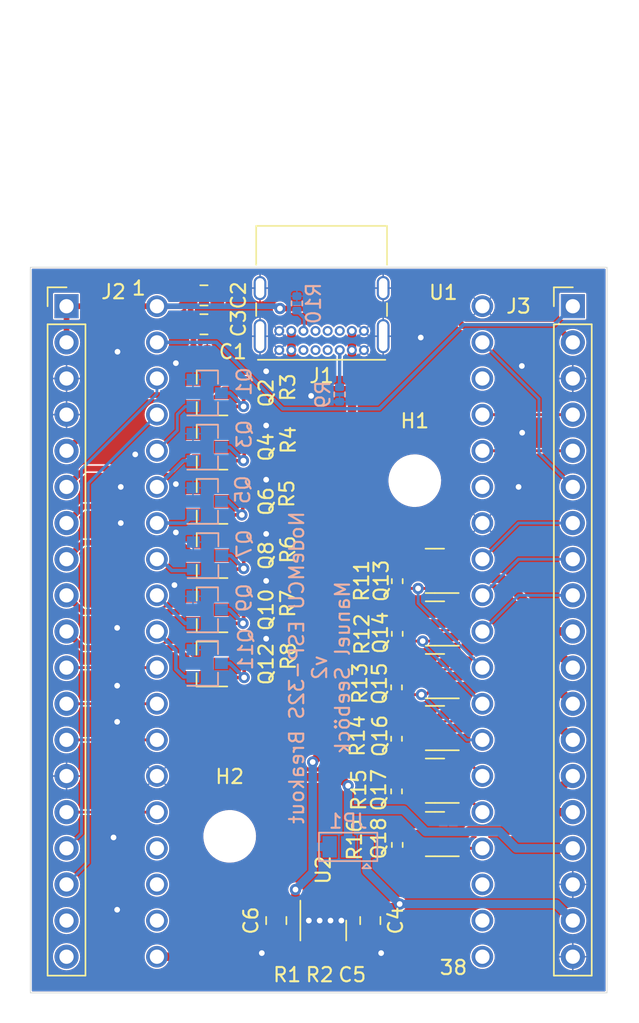
<source format=kicad_pcb>
(kicad_pcb (version 20211014) (generator pcbnew)
  (layers (0 "F.Cu" signal) (31 "B.Cu" signal) (34 "B.Paste" user) (35 "F.Paste" user) (36 "B.SilkS" user "B.Silkscreen") (37 "F.SilkS" user "F.Silkscreen") (38 "B.Mask" user) (39 "F.Mask" user) (44 "Edge.Cuts" user))
  (net 0 "")
  (net 1 "GND")
  (net 2 "+3V3")
  (net 3 "+VDC")
  (net 4 "Net-(C5-Pad1)")
  (net 5 "+5V")
  (net 6 "/PWM_H0_OUT")
  (net 7 "/PWM_H1_OUT")
  (net 8 "/PWM_H2_OUT")
  (net 9 "/PWM_H3_OUT")
  (net 10 "/PWM_H4_OUT")
  (net 11 "/PWM_H5_OUT")
  (net 12 "/nRESET")
  (net 13 "/uart_rx")
  (net 14 "/uart_tx")
  (net 15 "/spi_mosi")
  (net 16 "/spi_miso")
  (net 17 "/spi_sck")
  (net 18 "/spi_nSS")
  (net 19 "/PWM_0")
  (net 20 "Net-(Q1-Pad3)")
  (net 21 "Net-(Q3-Pad3)")
  (net 22 "/PWM_1")
  (net 23 "/PWM_2")
  (net 24 "Net-(Q5-Pad3)")
  (net 25 "/PWM_3")
  (net 26 "Net-(Q7-Pad3)")
  (net 27 "/PWM_4")
  (net 28 "Net-(Q10-Pad1)")
  (net 29 "/PWM_5")
  (net 30 "Net-(Q11-Pad3)")
  (net 31 "/eg_TPS82150/FB")
  (net 40 "/eg_TPS82150/PG")
  (net 41 "/P12")
  (net 42 "/P13")
  (net 43 "/P14")
  (net 44 "/SVN")
  (net 45 "/SVP")
  (net 46 "/P27")
  (net 47 "Net-(J1-PadA5)")
  (net 48 "Net-(J1-PadB5)")
  (net 55 "/PWM_6")
  (net 56 "/PWM_L0_OUT")
  (net 57 "/PWM_7")
  (net 58 "/PWM_L1_OUT")
  (net 59 "/PWM_8")
  (net 60 "/PWM_L2_OUT")
  (net 61 "/PWM_9")
  (net 62 "/PWM_L3_OUT")
  (net 63 "/PWM_10")
  (net 64 "/PWM_L4_OUT")
  (net 65 "/PWM_11")
  (net 66 "/PWM_L5_OUT")
  (net 69 "/PWR_OUT")
  (footprint "Capacitor_SMD:C_0805_2012Metric" (layer "F.Cu") (at 147.272 118.92 -90)
    (fp_text reference "C6")
    (fp_text value "22uF 16V")
  )
  (footprint "Resistor_SMD:R_0402_1005Metric" (layer "F.Cu") (at 150.32 121.46)
    (fp_text reference "R2")
    (fp_text value "100k")
  )
  (footprint "Connector_PinHeader_2.54mm:PinHeader_1x19_P2.54mm_Vertical" (layer "F.Cu") (at 168.1 75.74)
    (fp_text reference "J3")
    (fp_text value "Conn_01x19")
  )
  (footprint "Connector_PinHeader_2.54mm:PinHeader_1x19_P2.54mm_Vertical" (layer "F.Cu") (at 132.54 75.74)
    (fp_text reference "J2")
    (fp_text value "Conn_01x19")
  )
  (footprint "Capacitor_SMD:C_0805_2012Metric" (layer "F.Cu") (at 153.876 118.92 -90)
    (fp_text reference "C4")
    (fp_text value "10uF 25V")
  )
  (footprint "nodemcu:esp-32s" (layer "F.Cu") (at 150.32 101.14)
    (fp_text reference "U1")
    (fp_text value "esp32")
  )
  (footprint "Package_LGA:Texas_SIL0008D_MicroSiP-8-1EP_2.8x3mm_P0.65mm_EP1.1x1.9mm" (layer "F.Cu") (at 150.574 118.92 -90)
    (fp_text reference "U2")
    (fp_text value "TPS82150")
  )
  (footprint "Resistor_SMD:R_0402_1005Metric" (layer "F.Cu") (at 144.92 88.925 -90)
    (fp_text reference "R5")
    (fp_text value "100k")
  )
  (footprint "Resistor_SMD:R_0402_1005Metric" (layer "F.Cu") (at 144.986 92.84 -90)
    (fp_text reference "R6")
    (fp_text value "100k")
  )
  (footprint "Package_TO_SOT_SMD:SOT-23" (layer "F.Cu") (at 142.446 97.076 180)
    (fp_text reference "Q10")
    (fp_text value "SSM3J332R")
  )
  (footprint "Package_TO_SOT_SMD:SOT-23" (layer "F.Cu") (at 142.446 85.646 180)
    (fp_text reference "Q4")
    (fp_text value "SSM3J332R")
  )
  (footprint "Resistor_SMD:R_0402_1005Metric" (layer "F.Cu") (at 144.986 81.44 -90)
    (fp_text reference "R3")
    (fp_text value "100k")
  )
  (footprint "Package_TO_SOT_SMD:SOT-23" (layer "F.Cu") (at 142.446 89.456 180)
    (fp_text reference "Q6")
    (fp_text value "SSM3J332R")
  )
  (footprint "Resistor_SMD:R_0402_1005Metric" (layer "F.Cu") (at 144.986 96.64 -90)
    (fp_text reference "R7")
    (fp_text value "100k")
  )
  (footprint "Resistor_SMD:R_0402_1005Metric" (layer "F.Cu") (at 145.02 100.34 -90)
    (fp_text reference "R8")
    (fp_text value "100k")
  )
  (footprint "Package_TO_SOT_SMD:SOT-23" (layer "F.Cu") (at 142.446 81.836 180)
    (fp_text reference "Q2")
    (fp_text value "SSM3J332R")
  )
  (footprint "Package_TO_SOT_SMD:SOT-23" (layer "F.Cu") (at 142.446 93.266 180)
    (fp_text reference "Q8")
    (fp_text value "SSM3J332R")
  )
  (footprint "Resistor_SMD:R_0402_1005Metric" (layer "F.Cu") (at 145.02 85.14 -90)
    (fp_text reference "R4")
    (fp_text value "100k")
  )
  (footprint "Package_TO_SOT_SMD:SOT-23" (layer "F.Cu") (at 142.43 100.886 180)
    (fp_text reference "Q12")
    (fp_text value "SSM3J332R")
  )
  (footprint "Capacitor_SMD:C_0805_2012Metric" (layer "F.Cu") (at 142.192 74.978)
    (fp_text reference "C2")
    (fp_text value "100u")
  )
  (footprint "Capacitor_SMD:C_0805_2012Metric" (layer "F.Cu") (at 142.192 77.01)
    (fp_text reference "C3")
    (fp_text value "100u")
  )
  (footprint "Capacitor_SMD:C_0402_1005Metric" (layer "F.Cu") (at 141.938 78.788)
    (fp_text reference "C1")
    (fp_text value "100n")
  )
  (footprint "Resistor_SMD:R_0402_1005Metric" (layer "F.Cu") (at 148.034 121.46)
    (fp_text reference "R1")
    (fp_text value "316k")
  )
  (footprint "Capacitor_SMD:C_0402_1005Metric" (layer "F.Cu") (at 152.629 121.46)
    (fp_text reference "C5")
    (fp_text value "3.3nF 25V")
  )
  (footprint "Package_TO_SOT_SMD:SOT-23" (layer "F.Cu") (at 158.42 105.39 180)
    (fp_text reference "Q16")
    (fp_text value "SSM3K336R")
  )
  (footprint "MountingHole:MountingHole_3.2mm_M3" (layer "F.Cu") (at 144 113)
    (fp_text reference "H2")
    (fp_text value "MountingHole")
  )
  (footprint "Resistor_SMD:R_0402_1005Metric" (layer "F.Cu") (at 155.72 109.84 90)
    (fp_text reference "R15")
    (fp_text value "100k")
  )
  (footprint "Package_TO_SOT_SMD:SOT-23" (layer "F.Cu") (at 158.42 101.74 180)
    (fp_text reference "Q15")
    (fp_text value "SSM3K336R")
  )
  (footprint "Resistor_SMD:R_0402_1005Metric" (layer "F.Cu") (at 155.77 95.065 90)
    (fp_text reference "R11")
    (fp_text value "100k")
  )
  (footprint "MountingHole:MountingHole_3.2mm_M3" (layer "F.Cu") (at 157 88)
    (fp_text reference "H1")
    (fp_text value "MountingHole")
  )
  (footprint "Resistor_SMD:R_0402_1005Metric" (layer "F.Cu") (at 155.77 98.765 90)
    (fp_text reference "R12")
    (fp_text value "100k")
  )
  (footprint "Package_TO_SOT_SMD:SOT-23" (layer "F.Cu") (at 158.42 98.04 180)
    (fp_text reference "Q14")
    (fp_text value "SSM3K336R")
  )
  (footprint "Resistor_SMD:R_0402_1005Metric" (layer "F.Cu") (at 155.72 102.53 90)
    (fp_text reference "R13")
    (fp_text value "100k")
  )
  (footprint "Package_TO_SOT_SMD:SOT-23" (layer "F.Cu") (at 158.42 109.09 180)
    (fp_text reference "Q17")
    (fp_text value "SSM3K336R")
  )
  (footprint "Package_TO_SOT_SMD:SOT-23" (layer "F.Cu") (at 158.42 112.84 180)
    (fp_text reference "Q18")
    (fp_text value "SSM3K336R")
  )
  (footprint "Connector_USB:USB_C_Receptacle_GCT_USB4085" (layer "F.Cu") (at 153.43 78.825 180)
    (fp_text reference "J1")
    (fp_text value "USB_C_Receptacle_USB2.0")
  )
  (footprint "Package_TO_SOT_SMD:SOT-23" (layer "F.Cu") (at 158.4075 94.34 180)
    (fp_text reference "Q13")
    (fp_text value "SSM3K336R")
  )
  (footprint "Resistor_SMD:R_0402_1005Metric" (layer "F.Cu") (at 155.77 113.6 90)
    (fp_text reference "R16")
    (fp_text value "100k")
  )
  (footprint "Resistor_SMD:R_0402_1005Metric" (layer "F.Cu") (at 155.72 106.14 90)
    (fp_text reference "R14")
    (fp_text value "100k")
  )
  (footprint "Package_TO_SOT_SMD:SOT-23" (layer "B.Cu") (at 142.42 85.646)
    (fp_text reference "Q3")
    (fp_text value "2N7002")
  )
  (footprint "Package_TO_SOT_SMD:SOT-23" (layer "B.Cu") (at 142.42 81.84)
    (fp_text reference "Q1")
    (fp_text value "2N7002")
  )
  (footprint "Package_TO_SOT_SMD:SOT-23" (layer "B.Cu") (at 142.42 97.076)
    (fp_text reference "Q9")
    (fp_text value "2N7002")
  )
  (footprint "Package_TO_SOT_SMD:SOT-23" (layer "B.Cu") (at 142.42 100.84)
    (fp_text reference "Q11")
    (fp_text value "2N7002")
  )
  (footprint "Package_TO_SOT_SMD:SOT-23" (layer "B.Cu") (at 142.42 89.456)
    (fp_text reference "Q5")
    (fp_text value "2N7002")
  )
  (footprint "Package_TO_SOT_SMD:SOT-23" (layer "B.Cu") (at 142.446 93.266)
    (fp_text reference "Q7")
    (fp_text value "2N7002")
  )
  (footprint "Resistor_SMD:R_0402_1005Metric" (layer "B.Cu") (at 148.72 75.54 90)
    (fp_text reference "R10")
    (fp_text value "5k1")
  )
  (footprint "Resistor_SMD:R_0402_1005Metric" (layer "B.Cu") (at 151.72 81.94 -90)
    (fp_text reference "R9")
    (fp_text value "5k1")
  )
  (footprint "Jumper:SolderJumper-3_P1.3mm_Open_Pad1.0x1.5mm" (layer "B.Cu") (at 152.32 113.74 180)
    (fp_text reference "JP1")
    (fp_text value "SolderJumper_3_Open")
  )
  (gr_line (start 130 124) (end 130 73) (layer "Edge.Cuts") (width 0.05))
  (gr_line (start 170.5 73) (end 170.5 124) (layer "Edge.Cuts") (width 0.05))
  (gr_line (start 170.5 124) (end 130 124) (layer "Edge.Cuts") (width 0.05))
  (gr_line (start 130 73) (end 170.5 73) (layer "Edge.Cuts") (width 0.05))
  (gr_text "NodeMCU ESP-32S Breakout\nv2\nManuel Seeböck" (at 150.32 101.14 90) (layer "B.SilkS") (effects (font (size 1 1)) (justify mirror)))
  (gr_text "1" (at 137.62 74.47) (layer "F.SilkS") (effects (font (size 1 1))))
  (gr_text "38" (at 159.718 122.222) (layer "F.SilkS") (effects (font (size 1 1))))
  (segment (start 150.249 117.8575) (end 150.249 118.849) (width 0.4) (layer "F.Cu") (net 1))
  (segment (start 150.249 118.849) (end 150.32 118.92) (width 0.4) (layer "F.Cu") (net 1))
  (via (at 157.42 77.94) (size 0.8) (drill 0.4) (layers "F.Cu" "B.Cu") (net 1))
  (via (at 150.32 118.92) (size 0.8) (drill 0.4) (layers "F.Cu" "B.Cu") (net 1))
  (via (at 137.366 86.154) (size 0.8) (drill 0.4) (layers "F.Cu" "B.Cu") (net 1))
  (via (at 146.562 84.122) (size 0.8) (drill 0.4) (layers "F.Cu" "B.Cu") (net 1))
  (via (at 149.558 118.92) (size 0.8) (drill 0.4) (layers "F.Cu" "B.Cu") (net 1))
  (via (at 146.256 121.206) (size 0.8) (drill 0.4) (layers "F.Cu" "B.Cu") (net 1))
  (via (at 146.562 91.742) (size 0.8) (drill 0.4) (layers "F.Cu" "B.Cu") (net 1))
  (via (at 136.096 98.346) (size 0.8) (drill 0.4) (layers "F.Cu" "B.Cu") (net 1))
  (via (at 154.638 121.206) (size 0.8) (drill 0.4) (layers "F.Cu" "B.Cu") (net 1))
  (via (at 164.544 84.63) (size 0.8) (drill 0.4) (layers "F.Cu" "B.Cu") (net 1))
  (via (at 140.22 91.64) (size 0.8) (drill 0.4) (layers "F.Cu" "B.Cu") (net 1))
  (via (at 146.562 80.312) (size 0.8) (drill 0.4) (layers "F.Cu" "B.Cu") (net 1))
  (via (at 140.12 95.34) (size 0.8) (drill 0.4) (layers "F.Cu" "B.Cu") (net 1))
  (via (at 164.29 88.44) (size 0.8) (drill 0.4) (layers "F.Cu" "B.Cu") (net 1))
  (via (at 136.096 118.158) (size 0.8) (drill 0.4) (layers "F.Cu" "B.Cu") (net 1))
  (via (at 164.52 79.94) (size 0.8) (drill 0.4) (layers "F.Cu" "B.Cu") (net 1))
  (via (at 146.562 95.044) (size 0.8) (drill 0.4) (layers "F.Cu" "B.Cu") (net 1))
  (via (at 136.096 102.41) (size 0.8) (drill 0.4) (layers "F.Cu" "B.Cu") (net 1))
  (via (at 136.35 90.98) (size 0.8) (drill 0.4) (layers "F.Cu" "B.Cu") (net 1))
  (via (at 136.096 104.95) (size 0.8) (drill 0.4) (layers "F.Cu" "B.Cu") (net 1))
  (via (at 146.562 99.108) (size 0.8) (drill 0.4) (layers "F.Cu" "B.Cu") (net 1))
  (via (at 135.842 113.078) (size 0.8) (drill 0.4) (layers "F.Cu" "B.Cu") (net 1))
  (via (at 136.12 78.94) (size 0.8) (drill 0.4) (layers "F.Cu" "B.Cu") (net 1))
  (via (at 151.844 118.92) (size 0.8) (drill 0.4) (layers "F.Cu" "B.Cu") (net 1))
  (via (at 140.22 88.24) (size 0.8) (drill 0.4) (layers "F.Cu" "B.Cu") (net 1))
  (via (at 146.562 87.932) (size 0.8) (drill 0.4) (layers "F.Cu" "B.Cu") (net 1))
  (via (at 149.72 82.04) (size 0.8) (drill 0.4) (layers "F.Cu" "B.Cu") (net 1))
  (via (at 151.082 118.92) (size 0.8) (drill 0.4) (layers "F.Cu" "B.Cu") (net 1))
  (via (at 140.22 79.74) (size 0.8) (drill 0.4) (layers "F.Cu" "B.Cu") (net 1))
  (via (at 136.35 88.44) (size 0.8) (drill 0.4) (layers "F.Cu" "B.Cu") (net 1))
  (segment (start 141.47 99.89) (end 141.42 99.89) (width 0.25) (layer "B.Cu") (net 1))
  (segment (start 142.42 98.94) (end 141.47 99.89) (width 0.25) (layer "B.Cu") (net 1))
  (segment (start 150.13 82.45) (end 149.72 82.04) (width 0.25) (layer "B.Cu") (net 1))
  (segment (start 151.72 82.45) (end 150.13 82.45) (width 0.25) (layer "B.Cu") (net 1))
  (segment (start 142.42 97.126) (end 141.42 96.126) (width 0.25) (layer "B.Cu") (net 1))
  (segment (start 142.42 98.94) (end 142.42 97.126) (width 0.25) (layer "B.Cu") (net 1))
  (segment (start 138.89 75.74) (end 132.54 75.74) (width 0.4) (layer "F.Cu") (net 2))
  (segment (start 160.42 77.14) (end 159.18 75.9) (width 0.4) (layer "F.Cu") (net 2))
  (segment (start 141.453 77.2085) (end 141.2545 77.01) (width 0.4) (layer "F.Cu") (net 2))
  (segment (start 132.54 75.74) (end 132.54 78.28) (width 0.4) (layer "F.Cu") (net 2))
  (segment (start 141.2545 77.01) (end 141.2545 74.978) (width 0.4) (layer "F.Cu") (net 2))
  (segment (start 166.96 77.14) (end 160.42 77.14) (width 0.4) (layer "F.Cu") (net 2))
  (segment (start 168.1 78.28) (end 166.96 77.14) (width 0.4) (layer "F.Cu") (net 2))
  (segment (start 141.453 78.788) (end 141.453 77.2085) (width 0.4) (layer "F.Cu") (net 2))
  (segment (start 140.4925 75.74) (end 141.2545 74.978) (width 0.4) (layer "F.Cu") (net 2))
  (segment (start 138.89 75.74) (end 140.4925 75.74) (width 0.4) (layer "F.Cu") (net 2))
  (segment (start 159.18 75.9) (end 147.53 75.9) (width 0.4) (layer "F.Cu") (net 2))
  (via (at 147.53 75.9) (size 0.8) (drill 0.4) (layers "F.Cu" "B.Cu") (net 2))
  (segment (start 138.89 75.74) (end 147.37 75.74) (width 0.4) (layer "B.Cu") (net 2))
  (segment (start 147.37 75.74) (end 147.53 75.9) (width 0.4) (layer "B.Cu") (net 2))
  (segment (start 153.751 117.8575) (end 150.99901 117.8575) (width 0.6) (layer "F.Cu") (net 3))
  (segment (start 153.876 117.9825) (end 155.7135 117.9825) (width 0.6) (layer "F.Cu") (net 3))
  (segment (start 153.876 117.9825) (end 153.751 117.8575) (width 0.6) (layer "F.Cu") (net 3))
  (segment (start 155.7135 117.9825) (end 155.938 117.758) (width 0.6) (layer "F.Cu") (net 3))
  (via (at 155.938 117.758) (size 0.8) (drill 0.4) (layers "F.Cu" "B.Cu") (net 3))
  (segment (start 166.938 117.758) (end 168.1 118.92) (width 0.6) (layer "B.Cu") (net 3))
  (segment (start 153.62 115.44) (end 155.938 117.758) (width 0.6) (layer "B.Cu") (net 3))
  (segment (start 155.938 117.758) (end 166.938 117.758) (width 0.6) (layer "B.Cu") (net 3))
  (segment (start 153.62 113.74) (end 153.62 115.44) (width 0.6) (layer "B.Cu") (net 3))
  (segment (start 151.549 120.865) (end 152.144 121.46) (width 0.2) (layer "F.Cu") (net 4))
  (segment (start 151.549 119.9825) (end 151.549 120.865) (width 0.2) (layer "F.Cu") (net 4))
  (segment (start 147.272 117.9825) (end 147.397 117.8575) (width 0.6) (layer "F.Cu") (net 5))
  (segment (start 148.992999 119.739001) (end 149.236498 119.9825) (width 0.6) (layer "F.Cu") (net 5))
  (segment (start 148.5885 117.8575) (end 149.49899 117.8575) (width 0.6) (layer "F.Cu") (net 5))
  (segment (start 140.414 121.46) (end 138.89 121.46) (width 0.6) (layer "F.Cu") (net 5))
  (segment (start 152.59 80.91) (end 152.59 104.97) (width 0.6) (layer "F.Cu") (net 5))
  (segment (start 150.42 107.14) (end 150.42 107.185) (width 0.6) (layer "F.Cu") (net 5))
  (segment (start 152.59 104.97) (end 150.42 107.14) (width 0.6) (layer "F.Cu") (net 5))
  (segment (start 147.272 117.9825) (end 143.8915 117.9825) (width 0.6) (layer "F.Cu") (net 5))
  (segment (start 148.62 117.826) (end 148.5885 117.8575) (width 0.6) (layer "F.Cu") (net 5))
  (segment (start 152.59 77.485) (end 152.58 77.475) (width 0.6) (layer "F.Cu") (net 5))
  (segment (start 147.549 121.46) (end 147.549 121.14) (width 0.2) (layer "F.Cu") (net 5))
  (segment (start 143.8915 117.9825) (end 140.414 121.46) (width 0.6) (layer "F.Cu") (net 5))
  (segment (start 148.796 119.936) (end 148.992999 119.739001) (width 0.2) (layer "F.Cu") (net 5))
  (segment (start 148.46 80.94) (end 148.34 80.82) (width 0.6) (layer "F.Cu") (net 5))
  (segment (start 152.59 80.91) (end 152.56 80.94) (width 0.6) (layer "F.Cu") (net 5))
  (segment (start 147.549 121.14) (end 148.753 119.936) (width 0.2) (layer "F.Cu") (net 5))
  (segment (start 149.236498 119.9825) (end 149.49899 119.9825) (width 0.6) (layer "F.Cu") (net 5))
  (segment (start 152.59 80.91) (end 152.59 77.485) (width 0.6) (layer "F.Cu") (net 5))
  (segment (start 148.5885 119.334502) (end 148.992999 119.739001) (width 0.6) (layer "F.Cu") (net 5))
  (segment (start 148.34 77.485) (end 148.33 77.475) (width 0.6) (layer "F.Cu") (net 5))
  (segment (start 150.42 107.185) (end 149.83 107.775) (width 0.6) (layer "F.Cu") (net 5))
  (segment (start 152.56 80.94) (end 148.46 80.94) (width 0.6) (layer "F.Cu") (net 5))
  (segment (start 148.34 80.82) (end 148.34 77.485) (width 0.6) (layer "F.Cu") (net 5))
  (segment (start 148.753 119.936) (end 148.796 119.936) (width 0.2) (layer "F.Cu") (net 5))
  (segment (start 148.5885 117.8575) (end 148.5885 119.334502) (width 0.6) (layer "F.Cu") (net 5))
  (segment (start 147.397 117.8575) (end 148.5885 117.8575) (width 0.6) (layer "F.Cu") (net 5))
  (segment (start 148.62 116.74) (end 148.62 117.826) (width 0.6) (layer "F.Cu") (net 5))
  (via (at 149.83 107.775) (size 0.8) (drill 0.4) (layers "F.Cu" "B.Cu") (net 5))
  (via (at 148.62 116.74) (size 0.8) (drill 0.4) (layers "F.Cu" "B.Cu") (net 5))
  (segment (start 149.915 113.74) (end 151.02 113.74) (width 0.6) (layer "B.Cu") (net 5))
  (segment (start 149.83 115.53) (end 148.62 116.74) (width 0.6) (layer "B.Cu") (net 5))
  (segment (start 149.83 113.825) (end 149.83 115.53) (width 0.6) (layer "B.Cu") (net 5))
  (segment (start 149.83 113.825) (end 149.915 113.74) (width 0.6) (layer "B.Cu") (net 5))
  (segment (start 149.83 107.775) (end 149.83 113.825) (width 0.6) (layer "B.Cu") (net 5))
  (segment (start 136.457999 81.982001) (end 132.54 85.9) (width 0.4) (layer "F.Cu") (net 6))
  (segment (start 141.299999 81.982001) (end 136.457999 81.982001) (width 0.4) (layer "F.Cu") (net 6))
  (segment (start 141.446 81.836) (end 141.299999 81.982001) (width 0.4) (layer "F.Cu") (net 6))
  (segment (start 133.829999 87.150001) (end 132.54 88.44) (width 0.4) (layer "F.Cu") (net 7))
  (segment (start 139.941999 87.150001) (end 133.829999 87.150001) (width 0.4) (layer "F.Cu") (net 7))
  (segment (start 141.446 85.646) (end 139.941999 87.150001) (width 0.4) (layer "F.Cu") (net 7))
  (segment (start 139.593762 89.456) (end 139.231763 89.817999) (width 0.4) (layer "F.Cu") (net 8))
  (segment (start 133.702001 89.817999) (end 132.54 90.98) (width 0.4) (layer "F.Cu") (net 8))
  (segment (start 139.231763 89.817999) (end 133.702001 89.817999) (width 0.4) (layer "F.Cu") (net 8))
  (segment (start 141.446 89.456) (end 139.593762 89.456) (width 0.4) (layer "F.Cu") (net 8))
  (segment (start 133.702001 92.357999) (end 140.537999 92.357999) (width 0.4) (layer "F.Cu") (net 9))
  (segment (start 140.537999 92.357999) (end 141.446 93.266) (width 0.4) (layer "F.Cu") (net 9))
  (segment (start 132.54 93.52) (end 133.702001 92.357999) (width 0.4) (layer "F.Cu") (net 9))
  (segment (start 141.299999 97.222001) (end 141.446 97.076) (width 0.4) (layer "F.Cu") (net 10))
  (segment (start 133.702001 97.222001) (end 141.299999 97.222001) (width 0.4) (layer "F.Cu") (net 10))
  (segment (start 132.54 96.06) (end 133.702001 97.222001) (width 0.4) (layer "F.Cu") (net 10))
  (segment (start 133.702001 99.762001) (end 140.306001 99.762001) (width 0.4) (layer "F.Cu") (net 11))
  (segment (start 140.306001 99.762001) (end 141.43 100.886) (width 0.4) (layer "F.Cu") (net 11))
  (segment (start 132.54 98.6) (end 133.702001 99.762001) (width 0.4) (layer "F.Cu") (net 11))
  (segment (start 143.06 78.28) (end 147.725 82.945) (width 0.25) (layer "B.Cu") (net 12))
  (segment (start 154.515 82.945) (end 160.42 77.04) (width 0.25) (layer "B.Cu") (net 12))
  (segment (start 147.725 82.945) (end 154.515 82.945) (width 0.25) (layer "B.Cu") (net 12))
  (segment (start 138.89 78.28) (end 143.06 78.28) (width 0.25) (layer "B.Cu") (net 12))
  (segment (start 160.42 77.04) (end 166.8 77.04) (width 0.25) (layer "B.Cu") (net 12))
  (segment (start 166.8 77.04) (end 168.1 75.74) (width 0.25) (layer "B.Cu") (net 12))
  (segment (start 168.1 85.9) (end 161.75 85.9) (width 0.2) (layer "F.Cu") (net 13))
  (segment (start 168.1 83.36) (end 161.75 83.36) (width 0.2) (layer "F.Cu") (net 14))
  (segment (start 165.72 82.25) (end 165.72 86.06) (width 0.2) (layer "B.Cu") (net 15))
  (segment (start 161.75 78.28) (end 165.72 82.25) (width 0.2) (layer "B.Cu") (net 15))
  (segment (start 165.72 86.06) (end 168.1 88.44) (width 0.2) (layer "B.Cu") (net 15))
  (segment (start 164.29 90.98) (end 161.75 93.52) (width 0.2) (layer "B.Cu") (net 16))
  (segment (start 168.1 90.98) (end 164.29 90.98) (width 0.2) (layer "B.Cu") (net 16))
  (segment (start 168.1 93.52) (end 164.29 93.52) (width 0.2) (layer "B.Cu") (net 17))
  (segment (start 164.29 93.52) (end 161.75 96.06) (width 0.2) (layer "B.Cu") (net 17))
  (segment (start 164.29 96.06) (end 161.75 98.6) (width 0.2) (layer "B.Cu") (net 18))
  (segment (start 168.1 96.06) (end 164.29 96.06) (width 0.2) (layer "B.Cu") (net 18))
  (segment (start 140.87 82.79) (end 141.42 82.79) (width 0.2) (layer "B.Cu") (net 19))
  (segment (start 140.32 84.47) (end 140.32 83.34) (width 0.2) (layer "B.Cu") (net 19))
  (segment (start 138.89 85.9) (end 140.32 84.47) (width 0.2) (layer "B.Cu") (net 19))
  (segment (start 140.32 83.34) (end 140.87 82.79) (width 0.2) (layer "B.Cu") (net 19))
  (segment (start 144.974 82.786) (end 144.986 82.774) (width 0.25) (layer "F.Cu") (net 20))
  (segment (start 144.986 82.774) (end 144.986 81.925) (width 0.25) (layer "F.Cu") (net 20))
  (segment (start 143.446 82.786) (end 144.974 82.786) (width 0.25) (layer "F.Cu") (net 20))
  (via (at 144.974 82.786) (size 0.8) (drill 0.4) (layers "F.Cu" "B.Cu") (net 20))
  (segment (start 144.028 81.84) (end 144.974 82.786) (width 0.25) (layer "B.Cu") (net 20))
  (segment (start 143.42 81.84) (end 144.028 81.84) (width 0.25) (layer "B.Cu") (net 20))
  (segment (start 145.02 86.54) (end 145.02 85.625) (width 0.25) (layer "F.Cu") (net 21))
  (segment (start 144.964 86.596) (end 145.02 86.54) (width 0.25) (layer "F.Cu") (net 21))
  (segment (start 143.446 86.596) (end 144.964 86.596) (width 0.25) (layer "F.Cu") (net 21))
  (via (at 144.964 86.596) (size 0.8) (drill 0.4) (layers "F.Cu" "B.Cu") (net 21))
  (segment (start 143.42 85.646) (end 144.014 85.646) (width 0.25) (layer "B.Cu") (net 21))
  (segment (start 144.014 85.646) (end 144.964 86.596) (width 0.25) (layer "B.Cu") (net 21))
  (segment (start 138.89 88.44) (end 140.734 86.596) (width 0.25) (layer "B.Cu") (net 22))
  (segment (start 140.734 86.596) (end 141.42 86.596) (width 0.25) (layer "B.Cu") (net 22))
  (segment (start 141.42 90.406) (end 141.42 90.44) (width 0.25) (layer "B.Cu") (net 23))
  (segment (start 140.88 90.98) (end 138.89 90.98) (width 0.25) (layer "B.Cu") (net 23))
  (segment (start 141.42 90.44) (end 140.88 90.98) (width 0.25) (layer "B.Cu") (net 23))
  (segment (start 144.854 90.406) (end 144.92 90.34) (width 0.25) (layer "F.Cu") (net 24))
  (segment (start 143.446 90.406) (end 144.854 90.406) (width 0.25) (layer "F.Cu") (net 24))
  (segment (start 144.92 90.34) (end 144.92 89.41) (width 0.25) (layer "F.Cu") (net 24))
  (via (at 144.854 90.406) (size 0.8) (drill 0.4) (layers "F.Cu" "B.Cu") (net 24))
  (segment (start 143.904 89.456) (end 144.854 90.406) (width 0.25) (layer "B.Cu") (net 24))
  (segment (start 143.42 89.456) (end 143.904 89.456) (width 0.25) (layer "B.Cu") (net 24))
  (segment (start 141.446 94.314) (end 141.446 94.216) (width 0.25) (layer "B.Cu") (net 25))
  (segment (start 139.932 94.314) (end 141.446 94.314) (width 0.25) (layer "B.Cu") (net 25))
  (segment (start 138.89 93.52) (end 139.138 93.52) (width 0.25) (layer "B.Cu") (net 25))
  (segment (start 139.138 93.52) (end 139.932 94.314) (width 0.25) (layer "B.Cu") (net 25))
  (segment (start 144.944 94.216) (end 143.446 94.216) (width 0.25) (layer "F.Cu") (net 26))
  (segment (start 144.986 94.174) (end 144.944 94.216) (width 0.25) (layer "F.Cu") (net 26))
  (segment (start 144.986 93.325) (end 144.986 94.174) (width 0.25) (layer "F.Cu") (net 26))
  (via (at 144.986 94.174) (size 0.8) (drill 0.4) (layers "F.Cu" "B.Cu") (net 26))
  (segment (start 144.078 93.266) (end 144.986 94.174) (width 0.25) (layer "B.Cu") (net 26))
  (segment (start 143.446 93.266) (end 144.078 93.266) (width 0.25) (layer "B.Cu") (net 26))
  (segment (start 140.856 98.026) (end 141.42 98.026) (width 0.25) (layer "B.Cu") (net 27))
  (segment (start 138.89 96.06) (end 140.856 98.026) (width 0.25) (layer "B.Cu") (net 27))
  (segment (start 144.986 97.125) (end 144.986 97.974) (width 0.25) (layer "F.Cu") (net 28))
  (segment (start 144.934 98.026) (end 143.446 98.026) (width 0.25) (layer "F.Cu") (net 28))
  (segment (start 144.986 97.974) (end 144.934 98.026) (width 0.25) (layer "F.Cu") (net 28))
  (via (at 144.934 98.026) (size 0.8) (drill 0.4) (layers "F.Cu" "B.Cu") (net 28))
  (segment (start 143.984 97.076) (end 144.934 98.026) (width 0.25) (layer "B.Cu") (net 28))
  (segment (start 143.42 97.076) (end 143.984 97.076) (width 0.25) (layer "B.Cu") (net 28))
  (segment (start 140.22 101.24) (end 140.77 101.79) (width 0.25) (layer "B.Cu") (net 29))
  (segment (start 140.77 101.79) (end 141.42 101.79) (width 0.25) (layer "B.Cu") (net 29))
  (segment (start 140.22 99.93) (end 140.22 101.24) (width 0.25) (layer "B.Cu") (net 29))
  (segment (start 138.89 98.6) (end 140.22 99.93) (width 0.25) (layer "B.Cu") (net 29))
  (segment (start 145.016 101.836) (end 143.43 101.836) (width 0.25) (layer "F.Cu") (net 30))
  (segment (start 145.02 100.825) (end 145.02 101.84) (width 0.25) (layer "F.Cu") (net 30))
  (segment (start 145.02 101.84) (end 145.016 101.836) (width 0.25) (layer "F.Cu") (net 30))
  (via (at 145.016 101.836) (size 0.8) (drill 0.4) (layers "F.Cu" "B.Cu") (net 30))
  (segment (start 143.42 100.84) (end 144.02 100.84) (width 0.25) (layer "B.Cu") (net 30))
  (segment (start 144.02 100.84) (end 145.016 101.836) (width 0.25) (layer "B.Cu") (net 30))
  (segment (start 149.835 120.929) (end 149.835 121.46) (width 0.2) (layer "F.Cu") (net 31))
  (segment (start 150.249 120.515) (end 149.835 120.929) (width 0.2) (layer "F.Cu") (net 31))
  (segment (start 150.249 119.9825) (end 150.249 120.515) (width 0.2) (layer "F.Cu") (net 31))
  (segment (start 148.519 121.46) (end 149.835 121.46) (width 0.2) (layer "F.Cu") (net 31))
  (segment (start 138.89 106.22) (end 132.54 106.22) (width 0.2) (layer "F.Cu") (net 41))
  (segment (start 138.89 111.3) (end 132.54 111.3) (width 0.2) (layer "F.Cu") (net 42))
  (segment (start 138.89 103.68) (end 132.54 103.68) (width 0.2) (layer "F.Cu") (net 43))
  (segment (start 134.064 114.856) (end 132.54 116.38) (width 0.2) (layer "B.Cu") (net 44))
  (segment (start 134.064 88.186) (end 134.064 114.856) (width 0.2) (layer "B.Cu") (net 44))
  (segment (start 138.89 83.36) (end 134.064 88.186) (width 0.2) (layer "B.Cu") (net 44))
  (segment (start 138.89 81.89763) (end 133.590001 87.197629) (width 0.2) (layer "B.Cu") (net 45))
  (segment (start 133.590001 112.789999) (end 132.54 113.84) (width 0.2) (layer "B.Cu") (net 45))
  (segment (start 138.89 80.82) (end 138.89 81.89763) (width 0.2) (layer "B.Cu") (net 45))
  (segment (start 133.590001 87.197629) (end 133.590001 112.789999) (width 0.2) (layer "B.Cu") (net 45))
  (segment (start 138.89 101.14) (end 132.54 101.14) (width 0.2) (layer "F.Cu") (net 46))
  (segment (start 151.73 78.825) (end 151.73 79.325) (width 0.25) (layer "B.Cu") (net 47))
  (segment (start 151.72 79.335) (end 151.72 81.43) (width 0.25) (layer "B.Cu") (net 47))
  (segment (start 151.73 79.325) (end 151.72 79.335) (width 0.25) (layer "B.Cu") (net 47))
  (segment (start 149.23 76.56) (end 149.19 76.52) (width 0.2) (layer "B.Cu") (net 48))
  (segment (start 149.23 77.425) (end 149.23 76.56) (width 0.2) (layer "B.Cu") (net 48))
  (segment (start 149.18 77.475) (end 149.23 77.425) (width 0.2) (layer "B.Cu") (net 48))
  (segment (start 149.19 76.52) (end 148.72 76.05) (width 0.25) (layer "B.Cu") (net 48))
  (segment (start 155.77 95.575) (end 157.81 95.575) (width 0.2) (layer "F.Cu") (net 55))
  (segment (start 158.095 95.29) (end 159.345 95.29) (width 0.2) (layer "F.Cu") (net 55))
  (segment (start 157.81 95.575) (end 158.095 95.29) (width 0.2) (layer "F.Cu") (net 55))
  (via (at 157.235 95.575) (size 0.8) (drill 0.4) (layers "F.Cu" "B.Cu") (net 55))
  (segment (start 161.75 101.14) (end 157.235 96.625) (width 0.2) (layer "B.Cu") (net 55))
  (segment (start 157.235 96.625) (end 157.235 95.575) (width 0.2) (layer "B.Cu") (net 55))
  (segment (start 161.476683 94.89) (end 163.145 94.89) (width 0.6) (layer "F.Cu") (net 56))
  (segment (start 157.47 94.34) (end 160.926683 94.34) (width 0.6) (layer "F.Cu") (net 56))
  (segment (start 160.926683 94.34) (end 161.476683 94.89) (width 0.6) (layer "F.Cu") (net 56))
  (segment (start 166.855 98.6) (end 168.1 98.6) (width 0.6) (layer "F.Cu") (net 56))
  (segment (start 163.145 94.89) (end 166.855 98.6) (width 0.6) (layer "F.Cu") (net 56))
  (segment (start 157.555 99.275) (end 159.0725 99.275) (width 0.2) (layer "F.Cu") (net 57))
  (segment (start 159.0725 99.275) (end 159.3575 98.99) (width 0.2) (layer "F.Cu") (net 57))
  (segment (start 155.77 99.275) (end 157.555 99.275) (width 0.2) (layer "F.Cu") (net 57))
  (via (at 157.555 99.275) (size 0.8) (drill 0.4) (layers "F.Cu" "B.Cu") (net 57))
  (segment (start 161.75 103.68) (end 157.555 99.485) (width 0.2) (layer "B.Cu") (net 57))
  (segment (start 157.555 99.485) (end 157.555 99.275) (width 0.2) (layer "B.Cu") (net 57))
  (segment (start 160.588 99.671317) (end 160.894683 99.978) (width 0.6) (layer "F.Cu") (net 58))
  (segment (start 157.4825 98.04) (end 159.922817 98.04) (width 0.6) (layer "F.Cu") (net 58))
  (segment (start 166.938 99.978) (end 168.1 101.14) (width 0.6) (layer "F.Cu") (net 58))
  (segment (start 160.588 98.705183) (end 160.588 99.671317) (width 0.6) (layer "F.Cu") (net 58))
  (segment (start 159.922817 98.04) (end 160.588 98.705183) (width 0.6) (layer "F.Cu") (net 58))
  (segment (start 160.894683 99.978) (end 166.938 99.978) (width 0.6) (layer "F.Cu") (net 58))
  (segment (start 157.47 103.04) (end 157.795 103.04) (width 0.2) (layer "F.Cu") (net 59))
  (segment (start 158.145 102.69) (end 159.3575 102.69) (width 0.2) (layer "F.Cu") (net 59))
  (segment (start 157.795 103.04) (end 158.145 102.69) (width 0.2) (layer "F.Cu") (net 59))
  (segment (start 155.72 103.04) (end 157.47 103.04) (width 0.2) (layer "F.Cu") (net 59))
  (via (at 157.47 103.04) (size 0.8) (drill 0.4) (layers "F.Cu" "B.Cu") (net 59))
  (segment (start 160.65 106.22) (end 157.47 103.04) (width 0.2) (layer "B.Cu") (net 59))
  (segment (start 161.75 106.22) (end 160.65 106.22) (width 0.2) (layer "B.Cu") (net 59))
  (segment (start 161.381683 102.415) (end 166.835 102.415) (width 0.6) (layer "F.Cu") (net 60))
  (segment (start 157.4825 101.74) (end 160.706683 101.74) (width 0.6) (layer "F.Cu") (net 60))
  (segment (start 166.835 102.415) (end 168.1 103.68) (width 0.6) (layer "F.Cu") (net 60))
  (segment (start 160.706683 101.74) (end 161.381683 102.415) (width 0.6) (layer "F.Cu") (net 60))
  (segment (start 161.75 108.76) (end 159.3575 106.3675) (width 0.2) (layer "F.Cu") (net 61))
  (segment (start 155.725 106.69) (end 159.0075 106.69) (width 0.2) (layer "F.Cu") (net 61))
  (segment (start 155.685 106.65) (end 155.725 106.69) (width 0.2) (layer "F.Cu") (net 61))
  (segment (start 159.3575 106.3675) (end 159.3575 106.34) (width 0.2) (layer "F.Cu") (net 61))
  (segment (start 155.72 106.65) (end 155.685 106.65) (width 0.2) (layer "F.Cu") (net 61))
  (segment (start 159.0075 106.69) (end 159.3575 106.34) (width 0.2) (layer "F.Cu") (net 61))
  (segment (start 166.92 105.04) (end 168.1 106.22) (width 0.6) (layer "F.Cu") (net 62))
  (segment (start 161.286683 105.04) (end 166.92 105.04) (width 0.6) (layer "F.Cu") (net 62))
  (segment (start 160.936683 105.39) (end 161.286683 105.04) (width 0.6) (layer "F.Cu") (net 62))
  (segment (start 157.4825 105.39) (end 160.936683 105.39) (width 0.6) (layer "F.Cu") (net 62))
  (segment (start 158.9975 110.35) (end 159.3075 110.04) (width 0.2) (layer "F.Cu") (net 63))
  (segment (start 161.75 111.3) (end 160.49 110.04) (width 0.2) (layer "F.Cu") (net 63))
  (segment (start 155.72 110.35) (end 158.9975 110.35) (width 0.2) (layer "F.Cu") (net 63))
  (segment (start 160.49 110.04) (end 159.3075 110.04) (width 0.2) (layer "F.Cu") (net 63))
  (segment (start 157.4825 109.09) (end 160.436683 109.09) (width 0.6) (layer "F.Cu") (net 64))
  (segment (start 166.938 109.922) (end 168.1 108.76) (width 0.6) (layer "F.Cu") (net 64))
  (segment (start 160.436683 109.09) (end 161.268683 109.922) (width 0.6) (layer "F.Cu") (net 64))
  (segment (start 161.268683 109.922) (end 166.938 109.922) (width 0.6) (layer "F.Cu") (net 64))
  (segment (start 157.85 114.11) (end 158.17 113.79) (width 0.2) (layer "F.Cu") (net 65))
  (segment (start 159.4075 113.84) (end 159.3575 113.79) (width 0.2) (layer "F.Cu") (net 65))
  (segment (start 158.17 113.79) (end 159.3575 113.79) (width 0.2) (layer "F.Cu") (net 65))
  (segment (start 155.77 114.11) (end 157.85 114.11) (width 0.2) (layer "F.Cu") (net 65))
  (segment (start 161.75 113.84) (end 159.4075 113.84) (width 0.2) (layer "F.Cu") (net 65))
  (segment (start 165.06 111.3) (end 163.77 112.59) (width 0.6) (layer "F.Cu") (net 66))
  (segment (start 163.77 112.59) (end 160.82 112.59) (width 0.6) (layer "F.Cu") (net 66))
  (segment (start 160.57 112.84) (end 160.82 112.59) (width 0.6) (layer "F.Cu") (net 66))
  (segment (start 168.1 111.3) (end 165.06 111.3) (width 0.6) (layer "F.Cu") (net 66))
  (segment (start 157.4825 112.84) (end 160.57 112.84) (width 0.6) (layer "F.Cu") (net 66))
  (segment (start 147.32 108.84) (end 149.22 108.84) (width 0.6) (layer "F.Cu") (net 69))
  (segment (start 145.02 84.655) (end 143.487 84.655) (width 0.25) (layer "F.Cu") (net 69))
  (segment (start 143.485 92.355) (end 143.446 92.316) (width 0.25) (layer "F.Cu") (net 69))
  (segment (start 142.479999 92.283999) (end 142.479999 96.280001) (width 0.6) (layer "F.Cu") (net 69))
  (segment (start 144.986 92.355) (end 143.485 92.355) (width 0.25) (layer "F.Cu") (net 69))
  (segment (start 142.634 96.126) (end 142.479999 96.280001) (width 0.6) (layer "F.Cu") (net 69))
  (segment (start 144.654 99.936) (end 143.43 99.936) (width 0.25) (layer "F.Cu") (net 69))
  (segment (start 142.479999 99.903999) (end 143.397999 99.903999) (width 0.6) (layer "F.Cu") (net 69))
  (segment (start 144.986 80.955) (end 143.515 80.955) (width 0.25) (layer "F.Cu") (net 69))
  (segment (start 149.22 108.84) (end 151.72 108.84) (width 0.6) (layer "F.Cu") (net 69))
  (segment (start 142.479999 99.903999) (end 142.479999 103.999999) (width 0.6) (layer "F.Cu") (net 69))
  (segment (start 142.479999 96.280001) (end 142.479999 99.903999) (width 0.6) (layer "F.Cu") (net 69))
  (segment (start 143.446 96.126) (end 142.634 96.126) (width 0.6) (layer "F.Cu") (net 69))
  (segment (start 151.72 108.84) (end 152.32 109.44) (width 0.6) (layer "F.Cu") (net 69))
  (segment (start 142.479999 88.406001) (end 142.479999 92.283999) (width 0.6) (layer "F.Cu") (net 69))
  (segment (start 142.479999 84.663999) (end 142.479999 88.406001) (width 0.6) (layer "F.Cu") (net 69))
  (segment (start 142.479999 103.999999) (end 146.52 108.04) (width 0.6) (layer "F.Cu") (net 69))
  (segment (start 144.986 96.155) (end 143.475 96.155) (width 0.25) (layer "F.Cu") (net 69))
  (segment (start 143.446 80.886) (end 142.479999 81.852001) (width 0.6) (layer "F.Cu") (net 69))
  (segment (start 143.346001 88.406001) (end 143.446 88.506) (width 0.6) (layer "F.Cu") (net 69))
  (segment (start 144.735 99.855) (end 144.654 99.936) (width 0.25) (layer "F.Cu") (net 69))
  (segment (start 143.413999 84.663999) (end 143.446 84.696) (width 0.6) (layer "F.Cu") (net 69))
  (segment (start 142.479999 88.406001) (end 143.346001 88.406001) (width 0.6) (layer "F.Cu") (net 69))
  (segment (start 142.479999 92.283999) (end 143.413999 92.283999) (width 0.6) (layer "F.Cu") (net 69))
  (segment (start 143.475 96.155) (end 143.446 96.126) (width 0.25) (layer "F.Cu") (net 69))
  (segment (start 143.487 84.655) (end 143.446 84.696) (width 0.25) (layer "F.Cu") (net 69))
  (segment (start 143.397999 99.903999) (end 143.43 99.936) (width 0.6) (layer "F.Cu") (net 69))
  (segment (start 146.52 108.04) (end 147.32 108.84) (width 0.6) (layer "F.Cu") (net 69))
  (segment (start 143.512 88.44) (end 143.446 88.506) (width 0.25) (layer "F.Cu") (net 69))
  (segment (start 142.479999 81.852001) (end 142.479999 84.663999) (width 0.6) (layer "F.Cu") (net 69))
  (segment (start 142.479999 84.663999) (end 143.413999 84.663999) (width 0.6) (layer "F.Cu") (net 69))
  (segment (start 143.413999 92.283999) (end 143.446 92.316) (width 0.6) (layer "F.Cu") (net 69))
  (segment (start 143.515 80.955) (end 143.446 80.886) (width 0.25) (layer "F.Cu") (net 69))
  (segment (start 145.02 99.855) (end 144.735 99.855) (width 0.25) (layer "F.Cu") (net 69))
  (segment (start 144.92 88.44) (end 143.512 88.44) (width 0.25) (layer "F.Cu") (net 69))
  (via (at 152.32 109.44) (size 0.8) (drill 0.4) (layers "F.Cu" "B.Cu") (net 69))
  (segment (start 162.958 112.678) (end 157.758 112.678) (width 0.6) (layer "B.Cu") (net 69))
  (segment (start 152.52 111.14) (end 152.32 111.34) (width 0.6) (layer "B.Cu") (net 69))
  (segment (start 152.32 111.34) (end 152.32 113.74) (width 0.6) (layer "B.Cu") (net 69))
  (segment (start 164.12 113.84) (end 162.958 112.678) (width 0.6) (layer "B.Cu") (net 69))
  (segment (start 156.22 111.14) (end 152.52 111.14) (width 0.6) (layer "B.Cu") (net 69))
  (segment (start 157.758 112.678) (end 156.22 111.14) (width 0.6) (layer "B.Cu") (net 69))
  (segment (start 152.32 109.44) (end 152.32 111.34) (width 0.6) (layer "B.Cu") (net 69))
  (segment (start 168.1 113.84) (end 164.12 113.84) (width 0.6) (layer "B.Cu") (net 69))
  (zone (net 1) (net_name "GND") (layer "F.Cu") (connect_pads (clearance 0.1)) (min_thickness 0.1) (fill yes (thermal_gap 0.1) (thermal_bridge_width 0.1))
    (polygon (pts (xy 171.82 125.14) (xy 129.32 125.14) (xy 129.32 72.14) (xy 171.82 72.14)))
  )
  (zone (net 1) (net_name "GND") (layer "B.Cu") (connect_pads (clearance 0.1)) (min_thickness 0.1) (fill yes (thermal_gap 0.1) (thermal_bridge_width 0.1))
    (polygon (pts (xy 172.32 71.14) (xy 172.32 126.14) (xy 128.32 126.14) (xy 128.32 71.04)))
  )
)
</source>
